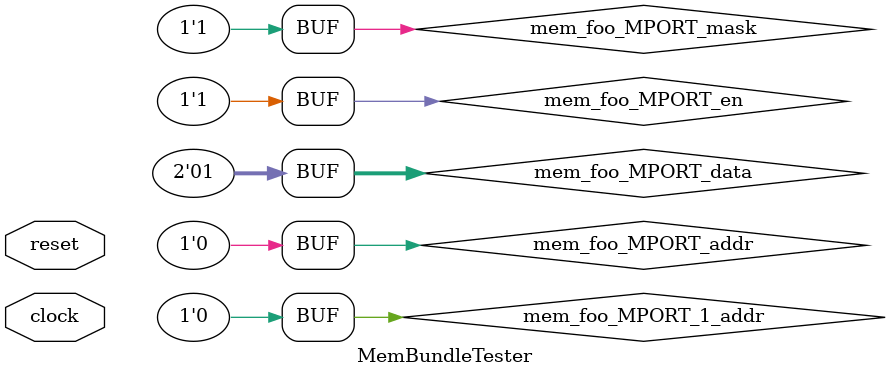
<source format=v>
module MemBundleTester(
  input   clock,
  input   reset
);
`ifdef RANDOMIZE_MEM_INIT
  reg [31:0] _RAND_0;
`endif // RANDOMIZE_MEM_INIT
`ifdef RANDOMIZE_REG_INIT
  reg [31:0] _RAND_1;
`endif // RANDOMIZE_REG_INIT
  reg [1:0] mem_foo [0:1]; // @[Mem.scala 128:16]
  wire  mem_foo_MPORT_1_en; // @[Mem.scala 128:16]
  wire  mem_foo_MPORT_1_addr; // @[Mem.scala 128:16]
  wire [1:0] mem_foo_MPORT_1_data; // @[Mem.scala 128:16]
  wire [1:0] mem_foo_MPORT_data; // @[Mem.scala 128:16]
  wire  mem_foo_MPORT_addr; // @[Mem.scala 128:16]
  wire  mem_foo_MPORT_mask; // @[Mem.scala 128:16]
  wire  mem_foo_MPORT_en; // @[Mem.scala 128:16]
  reg  cnt; // @[Counter.scala 62:40]
  wire  _wrap_value_T_1 = cnt + 1'h1; // @[Counter.scala 78:24]
  wire  _T_3 = ~reset; // @[Mem.scala 139:11]
  assign mem_foo_MPORT_1_en = cnt;
  assign mem_foo_MPORT_1_addr = 1'h0;
  assign mem_foo_MPORT_1_data = mem_foo[mem_foo_MPORT_1_addr]; // @[Mem.scala 128:16]
  assign mem_foo_MPORT_data = 2'h1;
  assign mem_foo_MPORT_addr = 1'h0;
  assign mem_foo_MPORT_mask = 1'h1;
  assign mem_foo_MPORT_en = 1'h1;
  always @(posedge clock) begin
    if (mem_foo_MPORT_en & mem_foo_MPORT_mask) begin
      mem_foo[mem_foo_MPORT_addr] <= mem_foo_MPORT_data; // @[Mem.scala 128:16]
    end
    if (reset) begin // @[Counter.scala 62:40]
      cnt <= 1'h0; // @[Counter.scala 62:40]
    end else begin
      cnt <= _wrap_value_T_1;
    end
    `ifndef SYNTHESIS
    `ifdef STOP_COND
      if (`STOP_COND) begin
    `endif
        if (cnt & ~reset & ~(mem_foo_MPORT_1_data == 2'h1)) begin
          $fatal; // @[Mem.scala 139:11]
        end
    `ifdef STOP_COND
      end
    `endif
    `endif // SYNTHESIS
    `ifndef SYNTHESIS
    `ifdef PRINTF_COND
      if (`PRINTF_COND) begin
    `endif
        if (cnt & ~reset & ~(mem_foo_MPORT_1_data == 2'h1)) begin
          $fwrite(32'h80000002,"Assertion failed\n    at Mem.scala:139 assert(mem.read(0.U).foo === 1.U)\n"); // @[Mem.scala 139:11]
        end
    `ifdef PRINTF_COND
      end
    `endif
    `endif // SYNTHESIS
    `ifndef SYNTHESIS
    `ifdef STOP_COND
      if (`STOP_COND) begin
    `endif
        if (cnt & _T_3) begin
          $finish; // @[Mem.scala 140:9]
        end
    `ifdef STOP_COND
      end
    `endif
    `endif // SYNTHESIS
  end
// Register and memory initialization
`ifdef RANDOMIZE_GARBAGE_ASSIGN
`define RANDOMIZE
`endif
`ifdef RANDOMIZE_INVALID_ASSIGN
`define RANDOMIZE
`endif
`ifdef RANDOMIZE_REG_INIT
`define RANDOMIZE
`endif
`ifdef RANDOMIZE_MEM_INIT
`define RANDOMIZE
`endif
`ifndef RANDOM
`define RANDOM $random
`endif
`ifdef RANDOMIZE_MEM_INIT
  integer initvar;
`endif
`ifndef SYNTHESIS
`ifdef FIRRTL_BEFORE_INITIAL
`FIRRTL_BEFORE_INITIAL
`endif
initial begin
  `ifdef RANDOMIZE
    `ifdef INIT_RANDOM
      `INIT_RANDOM
    `endif
    `ifndef VERILATOR
      `ifdef RANDOMIZE_DELAY
        #`RANDOMIZE_DELAY begin end
      `else
        #0.002 begin end
      `endif
    `endif
`ifdef RANDOMIZE_MEM_INIT
  _RAND_0 = {1{`RANDOM}};
  for (initvar = 0; initvar < 2; initvar = initvar+1)
    mem_foo[initvar] = _RAND_0[1:0];
`endif // RANDOMIZE_MEM_INIT
`ifdef RANDOMIZE_REG_INIT
  _RAND_1 = {1{`RANDOM}};
  cnt = _RAND_1[0:0];
`endif // RANDOMIZE_REG_INIT
  `endif // RANDOMIZE
end // initial
`ifdef FIRRTL_AFTER_INITIAL
`FIRRTL_AFTER_INITIAL
`endif
`endif // SYNTHESIS
endmodule

</source>
